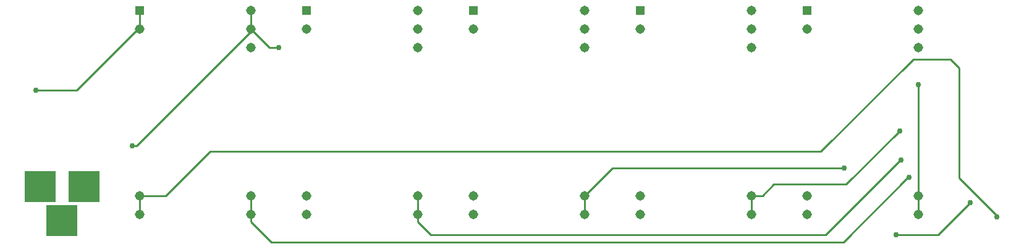
<source format=gbr>
G04 EAGLE Gerber RS-274X export*
G75*
%MOMM*%
%FSLAX34Y34*%
%LPD*%
%INBottom Copper*%
%IPPOS*%
%AMOC8*
5,1,8,0,0,1.08239X$1,22.5*%
G01*
G04 Define Apertures*
%ADD10R,1.308000X1.308000*%
%ADD11C,1.308000*%
%ADD12R,4.315994X4.315994*%
%ADD13C,0.254000*%
%ADD14C,0.756400*%
D10*
X215900Y952500D03*
D11*
X215900Y927100D03*
X215900Y698500D03*
X215900Y673100D03*
X368300Y673100D03*
X368300Y698500D03*
X368300Y901700D03*
X368300Y927100D03*
X368300Y952500D03*
D10*
X444500Y952500D03*
D11*
X444500Y927100D03*
X444500Y698500D03*
X444500Y673100D03*
X596900Y673100D03*
X596900Y698500D03*
X596900Y901700D03*
X596900Y927100D03*
X596900Y952500D03*
D10*
X673100Y952500D03*
D11*
X673100Y927100D03*
X673100Y698500D03*
X673100Y673100D03*
X825500Y673100D03*
X825500Y698500D03*
X825500Y901700D03*
X825500Y927100D03*
X825500Y952500D03*
D10*
X901700Y952500D03*
D11*
X901700Y927100D03*
X901700Y698500D03*
X901700Y673100D03*
X1054100Y673100D03*
X1054100Y698500D03*
X1054100Y901700D03*
X1054100Y927100D03*
X1054100Y952500D03*
D10*
X1130300Y952500D03*
D11*
X1130300Y927100D03*
X1130300Y698500D03*
X1130300Y673100D03*
X1282700Y673100D03*
X1282700Y698500D03*
X1282700Y901700D03*
X1282700Y927100D03*
X1282700Y952500D03*
D12*
X139700Y711200D03*
X109700Y664200D03*
X79700Y711200D03*
D13*
X215900Y927100D02*
X215900Y952500D01*
D14*
X73632Y843280D03*
D13*
X213360Y927100D02*
X215900Y927100D01*
X213360Y927100D02*
X129540Y843280D01*
X73632Y843280D01*
D14*
X205740Y767080D03*
D13*
X211859Y767080D02*
X368300Y923521D01*
X211859Y767080D02*
X205740Y767080D01*
X368300Y923521D02*
X368300Y927100D01*
X368300Y952500D01*
D14*
X406400Y901700D03*
D13*
X393700Y901700D01*
X368300Y927100D01*
X368300Y662940D02*
X396430Y634810D01*
X368300Y662940D02*
X368300Y673100D01*
X368300Y698500D01*
X1268773Y723262D02*
X1268773Y723900D01*
X1268773Y723262D02*
X1180320Y634810D01*
X396430Y634810D01*
X1268773Y723900D02*
X1270000Y723900D01*
D14*
X1270000Y723900D03*
D13*
X614870Y644970D02*
X596900Y662940D01*
X596900Y673100D01*
X596900Y698500D01*
X614870Y644970D02*
X1155700Y644970D01*
D14*
X1259076Y747524D03*
D13*
X1258254Y747524D02*
X1155700Y644970D01*
X1258254Y747524D02*
X1259076Y747524D01*
X825500Y698500D02*
X825500Y673100D01*
X825500Y698500D02*
X863600Y736600D01*
X1181100Y736600D01*
D14*
X1181100Y736600D03*
D13*
X1084770Y713930D02*
X1069340Y698500D01*
X1084770Y713930D02*
X1183830Y713930D01*
X1054100Y698500D02*
X1054100Y673100D01*
X1054100Y698500D02*
X1069340Y698500D01*
X1183830Y713930D02*
X1257300Y787400D01*
D14*
X1257300Y787400D03*
X1282700Y850900D03*
D13*
X1282700Y698500D01*
X1282700Y673100D01*
D14*
X1390347Y669335D03*
D13*
X251460Y698500D02*
X215900Y698500D01*
X215900Y673100D01*
X251460Y698500D02*
X312230Y759270D01*
X1149391Y759270D01*
X1275757Y885636D01*
X1326704Y885636D01*
X1338580Y873760D01*
X1338580Y722540D01*
X1390347Y670774D02*
X1390347Y669335D01*
X1390347Y670774D02*
X1338580Y722540D01*
D14*
X1252540Y644998D03*
X1353938Y689262D03*
D13*
X1309674Y644998D02*
X1252540Y644998D01*
X1309674Y644998D02*
X1353938Y689262D01*
M02*

</source>
